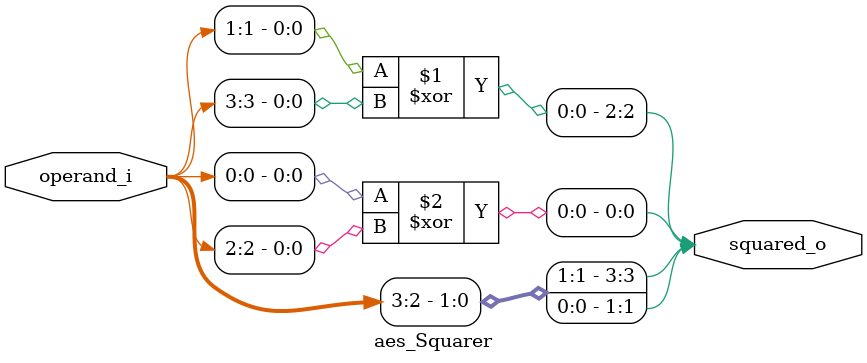
<source format=sv>
`timescale 1ns/1ps
module aes_Squarer
	(
	//input operand
	input logic [3:0] operand_i,

	//output squared
	output logic [3:0] squared_o
	);

	//squaring operation
	assign squared_o[3] = operand_i[3];
	assign squared_o[2] = operand_i[1] ^ operand_i[3];
	assign squared_o[1] = operand_i[2];
	assign squared_o[0] = operand_i[0] ^ operand_i[2];

endmodule
</source>
